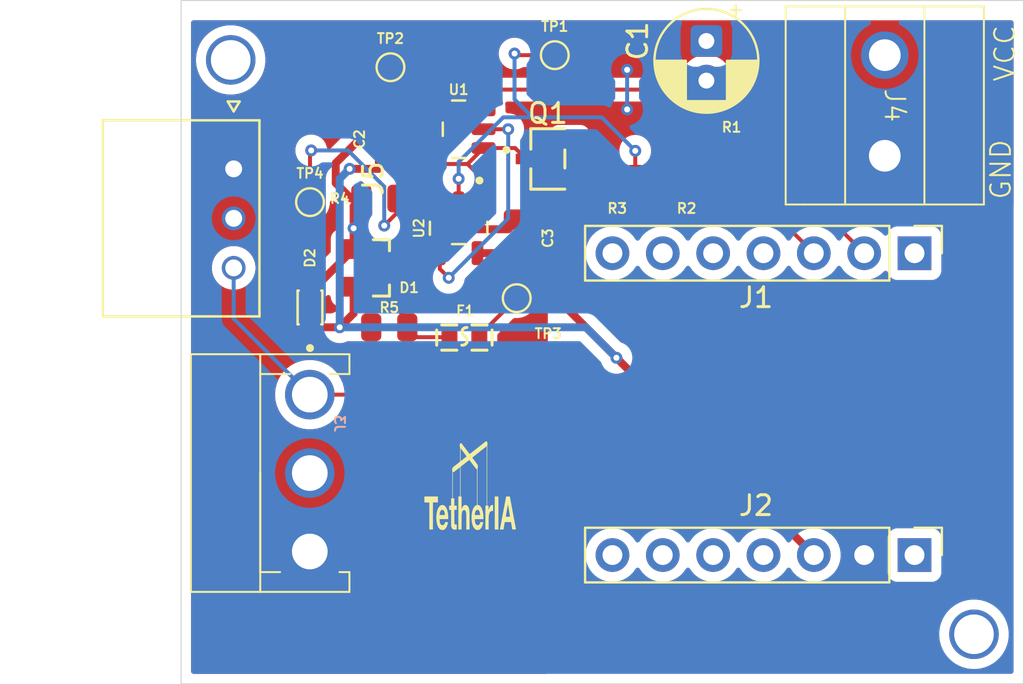
<source format=kicad_pcb>
(kicad_pcb (version 20241229) (generator "pcbnew") (generator_version "9.0")
  (layers (0 "F.Cu" signal) (2 "B.Cu" jumper) (13 "F.Paste" user) (15 "B.Paste" user) (5 "F.SilkS" user "F.Silkscreen") (7 "B.SilkS" user "B.Silkscreen") (1 "F.Mask" user) (3 "B.Mask" user) (25 "Edge.Cuts" user))
  (net 0 "")
  (net 1 "GND")
  (net 2 "+6V")
  (net 3 "+3.3V")
  (net 4 "Servo_DATA")
  (net 5 "Servo_DATA_IN")
  (net 6 "Servo_TXD")
  (net 10 "Servo_RXD")
  (net 18 "Net-(Q1-B)")
  (net 19 "Servo_RXEN")
  (footprint "PCM_JLCPCB:C_0805" (layer "F.Cu") (at 160.5 106.5 -90)
    (property "Reference" "C2" (at 0 1.5 90) (layer "F.SilkS") (effects (font (size 0.5 0.5) (thickness 0.1) (bold yes))))
    (property "Value" "0.1uF" (hide yes))
    (pad "1" smd roundrect (at -0.95 0 270) (size 1 1.45) (layers "F.Cu" "F.Mask" "F.Paste") (net 1 "GND"))
    (pad "2" smd roundrect (at 0.95 0 270) (size 1 1.45) (layers "F.Cu" "F.Mask" "F.Paste") (net 3 "+3.3V"))
  )
  (footprint "zener diode:DIO_BZT52B5V1S" (layer "F.Cu") (at 156.5 115 90)
    (property "Reference" "D2" (at 2.5 0 90) (layer "F.SilkS") (effects (font (size 0.5 0.5) (thickness 0.1) (bold yes))))
    (property "Value" "BZT52B5V1S" (hide yes))
    (pad "A" smd rect (at 1 0 90) (size 0.7 0.5) (layers "F.Cu" "F.Mask" "F.Paste") (net 1 "GND"))
    (pad "C" smd rect (at -1 0 90) (size 0.7 0.5) (layers "F.Cu" "F.Mask" "F.Paste") (net 3 "+3.3V"))
  )
  (footprint "Fusee:F0603" (layer "F.Cu") (at 164.29 116.52 180)
    (property "Reference" "F1" (at -0.04 1.35 0) (layer "F.SilkS") (effects (font (size 0.5 0.5) (thickness 0.1) (bold yes))))
    (property "Value" "Fuse" (hide yes))
    (pad "1" smd rect (at -0.7535 0 180) (size 0.8065 0.864) (layers "F.Cu" "F.Mask" "F.Paste") (net 5 "Servo_DATA_IN"))
    (pad "2" smd rect (at 0.7535 0 180) (size 0.8065 0.864) (layers "F.Cu" "F.Mask" "F.Paste") (net 4 "Servo_DATA"))
  )
  (footprint "SN74LVC1G126DBVR:SOT95P280X145-5N" (layer "F.Cu") (at 164 111 -90)
    (property "Reference" "U2" (at 0 2 90) (layer "F.SilkS") (effects (font (size 0.5 0.5) (thickness 0.1) (bold yes))))
    (property "Value" "SN74LVC1G126DBVR" (hide yes))
    (pad "1" smd roundrect (at -1.255 -0.95 270) (size 1.21 0.59) (layers "F.Cu" "F.Mask" "F.Paste") (net 19 "Servo_RXEN"))
    (pad "2" smd roundrect (at -1.255 0 270) (size 1.21 0.59) (layers "F.Cu" "F.Mask" "F.Paste") (net 10 "Servo_RXD"))
    (pad "3" smd roundrect (at -1.255 0.95 270) (size 1.21 0.59) (layers "F.Cu" "F.Mask" "F.Paste") (net 1 "GND"))
    (pad "4" smd roundrect (at 1.255 0.95 270) (size 1.21 0.59) (layers "F.Cu" "F.Mask" "F.Paste") (net 4 "Servo_DATA"))
    (pad "5" smd roundrect (at 1.255 -0.95 270) (size 1.21 0.59) (layers "F.Cu" "F.Mask" "F.Paste") (net 3 "+3.3V"))
  )
  (footprint "PCM_JLCPCB:R_0805" (layer "F.Cu") (at 175.5 108.5 180)
    (property "Reference" "R2" (at 0 -1.5 0) (layer "F.SilkS") (effects (font (size 0.5 0.5) (thickness 0.1) (bold yes))))
    (property "Value" "10K" (hide yes))
    (pad "1" smd roundrect (at -0.91 0 180) (size 1.02 1.4) (layers "F.Cu" "F.Mask" "F.Paste") (roundrect_rratio 0.243902) (net 10 "Servo_RXD"))
    (pad "2" smd roundrect (at 0.91 0 180) (size 1.02 1.4) (layers "F.Cu" "F.Mask" "F.Paste") (roundrect_rratio 0.243902) (net 2 "+6V"))
  )
  (footprint "logo:logo" (layer "F.Cu") (at 164.56 124.03)
    (property "Reference" "G***" (hide yes))
    (property "Value" "LOGO" (hide yes))
  )
  (footprint "Connector_PinHeader_2.54mm:PinHeader_1x07_P2.54mm_Vertical" (layer "F.Cu") (at 187 127.5 -90)
    (property "Reference" "J2" (at -2.5 8 0) (layer "F.SilkS"))
    (property "Value" "Conn_01x07_Pin" (hide yes))
    (pad "1" thru_hole rect (at 0 0 270) (size 1.7 1.7) (drill 1) (layers "*.Cu" "*.Mask"))
    (pad "2" thru_hole circle (at 0 2.54 270) (size 1.7 1.7) (drill 1) (layers "*.Cu" "*.Mask") (net 1 "GND"))
    (pad "3" thru_hole circle (at 0 5.08 270) (size 1.7 1.7) (drill 1) (layers "*.Cu" "*.Mask") (net 3 "+3.3V"))
    (pad "4" thru_hole circle (at 0 7.62 270) (size 1.7 1.7) (drill 1) (layers "*.Cu" "*.Mask"))
    (pad "5" thru_hole circle (at 0 10.16 270) (size 1.7 1.7) (drill 1) (layers "*.Cu" "*.Mask"))
    (pad "6" thru_hole circle (at 0 12.7 270) (size 1.7 1.7) (drill 1) (layers "*.Cu" "*.Mask"))
    (pad "7" thru_hole circle (at 0 15.24 270) (size 1.7 1.7) (drill 1) (layers "*.Cu" "*.Mask"))
  )
  (footprint "TestPoint:TestPoint_Pad_D1.0mm" (layer "F.Cu") (at 168.85 102.26)
    (property "Reference" "TP1" (at 0 -1.448 0) (layer "F.SilkS") (effects (font (size 0.5 0.5) (thickness 0.1) (bold yes))))
    (property "Value" "TestPoint" (hide yes))
    (pad "1" smd circle (at 0 0) (size 1 1) (layers "F.Cu" "F.Mask") (net 10 "Servo_RXD"))
  )
  (footprint "SN74LVC1G125DBVR:SOT95P280X145-5N" (layer "F.Cu") (at 164 106 180)
    (property "Reference" "U1" (at 0 2 0) (layer "F.SilkS") (effects (font (size 0.5 0.5) (thickness 0.1) (bold yes))))
    (property "Value" "SN74LVC1G125DBVR" (hide yes))
    (pad "1" smd roundrect (at -1.255 -0.95 180) (size 1.21 0.59) (layers "F.Cu" "F.Mask" "F.Paste") (net 19 "Servo_RXEN"))
    (pad "2" smd roundrect (at -1.255 0 180) (size 1.21 0.59) (layers "F.Cu" "F.Mask" "F.Paste") (net 4 "Servo_DATA"))
    (pad "3" smd roundrect (at -1.255 0.95 180) (size 1.21 0.59) (layers "F.Cu" "F.Mask" "F.Paste") (net 1 "GND"))
    (pad "4" smd roundrect (at 1.255 0.95 180) (size 1.21 0.59) (layers "F.Cu" "F.Mask" "F.Paste") (net 6 "Servo_TXD"))
    (pad "5" smd roundrect (at 1.255 -0.95 180) (size 1.21 0.59) (layers "F.Cu" "F.Mask" "F.Paste") (net 3 "+3.3V"))
  )
  (footprint "TestPoint:TestPoint_Pad_D1.0mm" (layer "F.Cu") (at 156.5 109.68)
    (property "Reference" "TP4" (at 0 -1.448 0) (layer "F.SilkS") (effects (font (size 0.5 0.5) (thickness 0.1) (bold yes))))
    (property "Value" "TestPoint" (hide yes))
    (pad "1" smd circle (at 0 0) (size 1 1) (layers "F.Cu" "F.Mask") (net 19 "Servo_RXEN"))
  )
  (footprint "transistor-sot23:SOT-23-3_L3.0-W1.7-P0.95-LS2.9-BR" (layer "F.Cu") (at 168.5 107.5)
    (property "Reference" "Q1" (at 0 -2.30225 0) (layer "F.SilkS"))
    (property "Value" "PNP")
    (pad "1" smd rect (at 1.1015 0.95) (size 1.0375 0.532) (layers "F.Cu" "F.Mask" "F.Paste") (net 18 "Net-(Q1-B)"))
    (pad "2" smd rect (at 1.1015 -0.95) (size 1.0375 0.532) (layers "F.Cu" "F.Mask" "F.Paste") (net 3 "+3.3V"))
    (pad "3" smd rect (at -1.1015 0) (size 1.0375 0.532) (layers "F.Cu" "F.Mask" "F.Paste") (net 19 "Servo_RXEN"))
  )
  (footprint "TestPoint:TestPoint_Pad_D1.0mm" (layer "F.Cu") (at 160.56 102.87)
    (property "Reference" "TP2" (at 0 -1.448 0) (layer "F.SilkS") (effects (font (size 0.5 0.5) (thickness 0.1) (bold yes))))
    (property "Value" "TestPoint" (hide yes))
    (pad "1" smd circle (at 0 0) (size 1 1) (layers "F.Cu" "F.Mask") (net 6 "Servo_TXD"))
  )
  (footprint "PCM_JLCPCB:R_0805" (layer "F.Cu") (at 160 109.5)
    (property "Reference" "R4" (at -2 0 0) (layer "F.SilkS") (effects (font (size 0.5 0.5) (thickness 0.1) (bold yes))))
    (property "Value" "3.3K" (hide yes))
    (pad "1" smd roundrect (at -0.91 0) (size 1.02 1.4) (layers "F.Cu" "F.Mask" "F.Paste") (roundrect_rratio 0.243902) (net 1 "GND"))
    (pad "2" smd roundrect (at 0.91 0) (size 1.02 1.4) (layers "F.Cu" "F.Mask" "F.Paste") (roundrect_rratio 0.243902) (net 19 "Servo_RXEN"))
  )
  (footprint "PCM_JLCPCB:C_0805" (layer "F.Cu") (at 167 111.5 -90)
    (property "Reference" "C3" (at 0 -1.5 90) (layer "F.SilkS") (effects (font (size 0.5 0.5) (thickness 0.1) (bold yes))))
    (property "Value" "0.1uF" (hide yes))
    (pad "1" smd roundrect (at -0.95 0 270) (size 1 1.45) (layers "F.Cu" "F.Mask" "F.Paste") (net 1 "GND"))
    (pad "2" smd roundrect (at 0.95 0 270) (size 1 1.45) (layers "F.Cu" "F.Mask" "F.Paste") (net 3 "+3.3V"))
  )
  (footprint "Capacitor_THT:CP_Radial_D5.0mm_P2.00mm" (layer "F.Cu") (at 176.5 101.544888 -90)
    (property "Reference" "C1" (at 0 3.47 90) (layer "F.SilkS"))
    (property "Value" "100uF" (hide yes))
    (pad "1" thru_hole roundrect (at 0 0 270) (size 1.6 1.6) (drill 0.8) (layers "*.Cu" "*.Mask") (roundrect_rratio 0.15625) (net 2 "+6V"))
    (pad "2" thru_hole circle (at 2 0 270) (size 1.6 1.6) (drill 0.8) (layers "*.Cu" "*.Mask") (net 1 "GND"))
  )
  (footprint "rightanglemolex:MOLEX_22057035" (layer "F.Cu") (at 152.65 108 -90)
    (property "Reference" "J5" (at 0.488 -7.041 90) (layer "F.SilkS"))
    (property "Value" "Power-Connector")
    (pad "1" thru_hole rect (at 0 0 270) (size 1.2 1.2) (drill 0.85) (layers "*.Cu") (net 1 "GND"))
    (pad "2" thru_hole circle (at 2.5 0 270) (size 1.2 1.2) (drill 0.85) (layers "*.Cu") (net 2 "+6V"))
    (pad "3" thru_hole circle (at 5 0 270) (size 1.2 1.2) (drill 0.85) (layers "*.Cu") (net 5 "Servo_DATA_IN"))
  )
  (footprint "Connector_PinHeader_2.54mm:PinHeader_1x07_P2.54mm_Vertical" (layer "F.Cu") (at 187 112.26 -90)
    (property "Reference" "J1" (at 2.24 8 0) (layer "F.SilkS"))
    (property "Value" "Conn_01x07_Pin" (hide yes))
    (pad "1" thru_hole rect (at 0 0 270) (size 1.7 1.7) (drill 1) (layers "*.Cu" "*.Mask"))
    (pad "2" thru_hole circle (at 0 2.54 270) (size 1.7 1.7) (drill 1) (layers "*.Cu" "*.Mask") (net 6 "Servo_TXD"))
    (pad "3" thru_hole circle (at 0 5.08 270) (size 1.7 1.7) (drill 1) (layers "*.Cu" "*.Mask") (net 10 "Servo_RXD"))
    (pad "4" thru_hole circle (at 0 7.62 270) (size 1.7 1.7) (drill 1) (layers "*.Cu" "*.Mask"))
    (pad "5" thru_hole circle (at 0 10.16 270) (size 1.7 1.7) (drill 1) (layers "*.Cu" "*.Mask"))
    (pad "6" thru_hole circle (at 0 12.7 270) (size 1.7 1.7) (drill 1) (layers "*.Cu" "*.Mask"))
    (pad "7" thru_hole circle (at 0 15.24 270) (size 1.7 1.7) (drill 1) (layers "*.Cu" "*.Mask"))
  )
  (footprint "B3PS-VH_LF_SN:KJ127-5.08" (layer "F.Cu") (at 185.5 104.8 -90)
    (property "Reference" "J4" (at 0 -0.5 270) (layer "F.SilkS") (effects (font (thickness 0.1))))
    (property "Value" "Power_DC")
    (pad "1" thru_hole circle (at -2.54 0 270) (size 2.4 2.4) (drill 1.6) (layers "*.Cu" "*.Mask") (net 2 "+6V"))
    (pad "2" thru_hole circle (at 2.54 0 270) (size 2.4 2.4) (drill 1.6) (layers "*.Cu" "*.Mask") (net 1 "GND"))
  )
  (footprint "TestPoint:TestPoint_Pad_D1.0mm" (layer "F.Cu") (at 166.93 114.53)
    (property "Reference" "TP3" (at 1.59 1.79 0) (layer "F.SilkS") (effects (font (size 0.5 0.5) (thickness 0.1) (bold yes))))
    (property "Value" "TestPoint" (hide yes))
    (pad "1" smd circle (at 0 0) (size 1 1) (layers "F.Cu" "F.Mask") (net 5 "Servo_DATA_IN"))
  )
  (footprint "PCM_JLCPCB:R_0805" (layer "F.Cu") (at 175.5 106.5)
    (property "Reference" "R1" (at 2.27 -0.6 0) (layer "F.SilkS") (effects (font (size 0.5 0.5) (thickness 0.1) (bold yes))))
    (property "Value" "10K" (hide yes))
    (pad "1" smd roundrect (at -0.91 0) (size 1.02 1.4) (layers "F.Cu" "F.Mask" "F.Paste") (roundrect_rratio 0.243902) (net 2 "+6V"))
    (pad "2" smd roundrect (at 0.91 0) (size 1.02 1.4) (layers "F.Cu" "F.Mask" "F.Paste") (roundrect_rratio 0.243902) (net 6 "Servo_TXD"))
  )
  (footprint "PCM_JLCPCB:R_0805" (layer "F.Cu") (at 172 108.5 180)
    (property "Reference" "R3" (at 0 -1.5 0) (layer "F.SilkS") (effects (font (size 0.5 0.5) (thickness 0.1) (bold yes))))
    (property "Value" "1k" (hide yes))
    (pad "1" smd roundrect (at -0.91 0 180) (size 1.02 1.4) (layers "F.Cu" "F.Mask" "F.Paste") (roundrect_rratio 0.243902) (net 10 "Servo_RXD"))
    (pad "2" smd roundrect (at 0.91 0 180) (size 1.02 1.4) (layers "F.Cu" "F.Mask" "F.Paste") (roundrect_rratio 0.243902) (net 18 "Net-(Q1-B)"))
  )
  (footprint "BAT54S (1):SOT23" (layer "F.Cu") (at 159.85 113 -90)
    (property "Reference" "D1" (at 1 -1.65 0) (layer "F.SilkS") (effects (font (size 0.5 0.5) (thickness 0.1) (bold yes))))
    (property "Value" "BAT54S" (hide yes))
    (property "VALUE" "BAT54S" (hide yes))
    (pad "1" smd rect (at -0.95 1.15 270) (size 1 1.3) (layers "F.Cu" "F.Mask" "F.Paste") (net 1 "GND"))
    (pad "2" smd rect (at 0.95 1.15 270) (size 1 1.3) (layers "F.Cu" "F.Mask" "F.Paste") (net 3 "+3.3V"))
    (pad "3" smd rect (at 0 -1.15 270) (size 1 1.3) (layers "F.Cu" "F.Mask" "F.Paste") (net 4 "Servo_DATA"))
  )
  (footprint "PCM_JLCPCB:R_0805" (layer "F.Cu") (at 160.5 116 180)
    (property "Reference" "R5" (at 0 1 0) (layer "F.SilkS") (effects (font (size 0.5 0.5) (thickness 0.1) (bold yes))))
    (property "Value" "10K" (hide yes))
    (pad "1" smd roundrect (at -0.91 0 180) (size 1.02 1.4) (layers "F.Cu" "F.Mask" "F.Paste") (roundrect_rratio 0.243902) (net 4 "Servo_DATA"))
    (pad "2" smd roundrect (at 0.91 0 180) (size 1.02 1.4) (layers "F.Cu" "F.Mask" "F.Paste") (roundrect_rratio 0.243902) (net 3 "+3.3V"))
  )
  (footprint "B3PS-VH_LF_SN:JST S3P-VH(LF)(SN)" (layer "B.Cu") (at 156.49 123.36 90)
    (property "Reference" "J3" (at 2.5 1.5 270) (layer "B.SilkS") (effects (font (size 0.5 0.5) (thickness 0.1)) (justify mirror)))
    (property "Value" "B3PS-3Pin Connector")
    (pad "1" thru_hole rect (at -3.96 0 90) (size 2.5 2.5) (drill 1.8) (layers "*.Cu" "*.Mask") (net 1 "GND"))
    (pad "2" thru_hole circle (at 0 0 90) (size 2.5 2.5) (drill 1.8) (layers "*.Cu" "*.Mask") (net 2 "+6V"))
    (pad "3" thru_hole circle (at 3.96 0 90) (size 2.5 2.5) (drill 1.8) (layers "*.Cu" "*.Mask") (net 5 "Servo_DATA_IN"))
  )
  (gr_rect (start 150 99.5) (end 192.5 134) (stroke (width 0.05)) (fill no) (layer "Edge.Cuts"))
  (gr_text "GND" (at 191.94 109.62 90) (layer "F.SilkS") (effects (font (size 1 1) (thickness 0.1)) (justify left bottom)))
  (gr_text "VCC\n" (at 192.14 103.66 90) (layer "F.SilkS") (effects (font (size 1 1) (thickness 0.1)) (justify left bottom)))
  (via (at 190 131.5) (size 2.5) (drill 2) (layers "F.Cu" "B.Cu") (net 0))
  (via (at 152.5 102.5) (size 2.5) (drill 2) (layers "F.Cu" "B.Cu") (net 0))
  (segment (start 158.58 109.5) (end 157.799 108.719) (width 0.4) (layer "F.Cu") (net 1))
  (segment (start 157.799 108.719) (end 157.799 107.709636) (width 0.4) (layer "F.Cu") (net 1))
  (segment (start 163.749939 111.049938) (end 163.05 110.349999) (width 0.4) (layer "F.Cu") (net 1))
  (segment (start 157.799 107.709636) (end 159.958636 105.55) (width 0.4) (layer "F.Cu") (net 1))
  (segment (start 163.450062 106.049938) (end 160.999938 106.049938) (width 0.4) (layer "F.Cu") (net 1))
  (segment (start 158.7 112.05) (end 160.745 112.05) (width 0.4) (layer "F.Cu") (net 1))
  (segment (start 167 110.55) (end 166.500062 111.049938) (width 0.4) (layer "F.Cu") (net 1))
  (segment (start 159.09 109.5) (end 158.58 109.5) (width 0.4) (layer "F.Cu") (net 1))
  (segment (start 156.75 114) (end 158.7 112.05) (width 0.4) (layer "F.Cu") (net 1))
  (segment (start 163.05 110.349999) (end 163.05 109.745) (width 0.4) (layer "F.Cu") (net 1))
  (segment (start 158.7 111) (end 158.7 109.89) (width 0.4) (layer "F.Cu") (net 1))
  (segment (start 160.999938 106.049938) (end 160.5 105.55) (width 0.4) (layer "F.Cu") (net 1))
  (segment (start 165.255 105.05) (end 164.45 105.05) (width 0.4) (layer "F.Cu") (net 1))
  (segment (start 158.7 109.89) (end 159.09 109.5) (width 0.4) (layer "F.Cu") (net 1))
  (segment (start 159.958636 105.55) (end 160.5 105.55) (width 0.4) (layer "F.Cu") (net 1))
  (segment (start 166.500062 111.049938) (end 163.749939 111.049938) (width 0.4) (layer "F.Cu") (net 1))
  (segment (start 158.7 112.05) (end 158.7 111) (width 0.4) (layer "F.Cu") (net 1))
  (segment (start 164.45 105.05) (end 163.450062 106.049938) (width 0.4) (layer "F.Cu") (net 1))
  (segment (start 156.5 114) (end 156.75 114) (width 0.4) (layer "F.Cu") (net 1))
  (segment (start 160.745 112.05) (end 163.05 109.745) (width 0.4) (layer "F.Cu") (net 1))
  (via (at 158.7 111) (size 0.6) (drill 0.3) (layers "F.Cu" "B.Cu") (net 1))
  (segment (start 174.59 108.5) (end 174.59 106.5) (width 0.2) (layer "F.Cu") (net 2))
  (segment (start 174.59 106.5) (end 174 106.5) (width 0.2) (layer "F.Cu") (net 2))
  (segment (start 174 106.5) (end 172.5 105) (width 0.2) (layer "F.Cu") (net 2))
  (via (at 172.5 103) (size 0.6) (drill 0.3) (layers "F.Cu" "B.Cu") (net 2))
  (via (at 172.5 105) (size 0.6) (drill 0.3) (layers "F.Cu" "B.Cu") (net 2))
  (segment (start 172.5 105) (end 172.5 103) (width 0.2) (layer "B.Cu") (net 2))
  (segment (start 162.245 107.45) (end 162.745 106.95) (width 0.4) (layer "F.Cu") (net 3))
  (segment (start 158 116) (end 158.7 115.3) (width 0.4) (layer "F.Cu") (net 3))
  (segment (start 158.5 116) (end 159.59 116) (width 0.4) (layer "F.Cu") (net 3))
  (segment (start 164.95 112.255) (end 166.805 112.255) (width 0.4) (layer "F.Cu") (net 3))
  (segment (start 159.95 108) (end 160.5 107.45) (width 0.4) (layer "F.Cu") (net 3))
  (segment (start 168.5 114.08) (end 181.92 127.5) (width 0.4) (layer "F.Cu") (net 3))
  (segment (start 168.5 112.5) (end 168.5 107.6515) (width 0.4) (layer "F.Cu") (net 3))
  (segment (start 158.7 115.3) (end 158.7 113.95) (width 0.4) (layer "F.Cu") (net 3))
  (segment (start 166.805 112.255) (end 167 112.45) (width 0.4) (layer "F.Cu") (net 3))
  (segment (start 168.5 112.5) (end 168.5 114.08) (width 0.4) (layer "F.Cu") (net 3))
  (segment (start 168.45 112.45) (end 168.5 112.5) (width 0.4) (layer "F.Cu") (net 3))
  (segment (start 168.5 107.6515) (end 169.6015 106.55) (width 0.4) (layer "F.Cu") (net 3))
  (segment (start 160.5 107.45) (end 162.245 107.45) (width 0.4) (layer "F.Cu") (net 3))
  (segment (start 156.5 116) (end 158 116) (width 0.4) (layer "F.Cu") (net 3))
  (segment (start 158 116) (end 158.5 116) (width 0.4) (layer "F.Cu") (net 3))
  (segment (start 167 112.45) (end 168.45 112.45) (width 0.4) (layer "F.Cu") (net 3))
  (segment (start 158.5 108) (end 159.95 108) (width 0.4) (layer "F.Cu") (net 3))
  (via (at 158.5 108) (size 0.6) (drill 0.3) (layers "F.Cu" "B.Cu") (net 3))
  (via (at 171.96 117.54) (size 0.6) (drill 0.3) (layers "F.Cu" "B.Cu") (net 3))
  (via (at 158 116) (size 0.6) (drill 0.3) (layers "F.Cu" "B.Cu") (net 3))
  (segment (start 170.42 116) (end 158 116) (width 0.4) (layer "B.Cu") (net 3))
  (segment (start 158 116) (end 158 108.5) (width 0.4) (layer "B.Cu") (net 3))
  (segment (start 158 108.5) (end 158.5 108) (width 0.4) (layer "B.Cu") (net 3))
  (segment (start 171.96 117.54) (end 170.42 116) (width 0.4) (layer "B.Cu") (net 3))
  (segment (start 161.41 115.59) (end 161 115.18) (width 0.2) (layer "F.Cu") (net 4))
  (segment (start 161 115.18) (end 161 113) (width 0.2) (layer "F.Cu") (net 4))
  (segment (start 161.41 116) (end 161.41 115.59) (width 0.2) (layer "F.Cu") (net 4))
  (segment (start 161 113) (end 162.305 113) (width 0.2) (layer "F.Cu") (net 4))
  (segment (start 162.305 113) (end 163.05 112.255) (width 0.2) (layer "F.Cu") (net 4))
  (segment (start 163.05 113.05) (end 163.5 113.5) (width 0.2) (layer "F.Cu") (net 4))
  (segment (start 163.05 112.255) (end 163.05 113.05) (width 0.2) (layer "F.Cu") (net 4))
  (segment (start 161.91 116.5) (end 161.41 116) (width 0.2) (layer "F.Cu") (net 4))
  (segment (start 163.493 116.5) (end 161.91 116.5) (width 0.2) (layer "F.Cu") (net 4))
  (segment (start 166.5 106) (end 165.255 106) (width 0.2) (layer "F.Cu") (net 4))
  (via (at 166.5 106) (size 0.6) (drill 0.3) (layers "F.Cu" "B.Cu") (net 4))
  (via (at 163.5 113.5) (size 0.6) (drill 0.3) (layers "F.Cu" "B.Cu") (net 4))
  (segment (start 166.5 106) (end 166.5 110.5) (width 0.2) (layer "B.Cu") (net 4))
  (segment (start 166.5 110.5) (end 163.5 113.5) (width 0.2) (layer "B.Cu") (net 4))
  (segment (start 165 116.5) (end 165 116.46) (width 0.2) (layer "F.Cu") (net 5))
  (segment (start 156.49 119.4) (end 162.1635 119.4) (width 0.2) (layer "F.Cu") (net 5))
  (segment (start 162.1635 119.4) (end 165.0435 116.52) (width 0.2) (layer "F.Cu") (net 5))
  (segment (start 165 116.46) (end 166.93 114.53) (width 0.2) (layer "F.Cu") (net 5))
  (segment (start 156.49 119.4) (end 152.65 115.56) (width 0.2) (layer "B.Cu") (net 5))
  (segment (start 152.65 115.56) (end 152.65 113) (width 0.2) (layer "B.Cu") (net 5))
  (segment (start 163.795 104) (end 173.91 104) (width 0.2) (layer "F.Cu") (net 6))
  (segment (start 184.46 112.26) (end 178.7 106.5) (width 0.2) (layer "F.Cu") (net 6))
  (segment (start 162.745 105.05) (end 160.565 102.87) (width 0.2) (layer "F.Cu") (net 6))
  (segment (start 160.565 102.87) (end 160.56 102.87) (width 0.2) (layer "F.Cu") (net 6))
  (segment (start 173.91 104) (end 176.41 106.5) (width 0.2) (layer "F.Cu") (net 6))
  (segment (start 178.7 106.5) (end 176.41 106.5) (width 0.2) (layer "F.Cu") (net 6))
  (segment (start 162.745 105.05) (end 163.795 104) (width 0.2) (layer "F.Cu") (net 6))
  (segment (start 173.911 109.501) (end 175.409 109.501) (width 0.2) (layer "F.Cu") (net 10))
  (segment (start 181.92 112.26) (end 178.16 108.5) (width 0.2) (layer "F.Cu") (net 10))
  (segment (start 166.82 102.18) (end 166.9 102.26) (width 0.2) (layer "F.Cu") (net 10))
  (segment (start 175.409 109.501) (end 176.41 108.5) (width 0.2) (layer "F.Cu") (net 10))
  (segment (start 172.91 108.5) (end 172.91 107.09) (width 0.2) (layer "F.Cu") (net 10))
  (segment (start 164 109.745) (end 164 108.5) (width 0.2) (layer "F.Cu") (net 10))
  (segment (start 166.9 102.26) (end 168.85 102.26) (width 0.2) (layer "F.Cu") (net 10))
  (segment (start 178.16 108.5) (end 176.41 108.5) (width 0.2) (layer "F.Cu") (net 10))
  (segment (start 172.91 108.5) (end 173.911 109.501) (width 0.2) (layer "F.Cu") (net 10))
  (via (at 172.91 107.09) (size 0.6) (drill 0.3) (layers "F.Cu" "B.Cu") (net 10))
  (via (at 166.82 102.18) (size 0.6) (drill 0.3) (layers "F.Cu" "B.Cu") (net 10))
  (via (at 164 108.5) (size 0.6) (drill 0.3) (layers "F.Cu" "B.Cu") (net 10))
  (segment (start 171.219 105.399) (end 172.91 107.09) (width 0.2) (layer "B.Cu") (net 10))
  (segment (start 166.251057 105.399) (end 167.73 105.399) (width 0.2) (layer "B.Cu") (net 10))
  (segment (start 167.73 105.399) (end 171.219 105.399) (width 0.2) (layer "B.Cu") (net 10))
  (segment (start 167.73 105.399) (end 166.82 104.489) (width 0.2) (layer "B.Cu") (net 10))
  (segment (start 164 107.650057) (end 166.251057 105.399) (width 0.2) (layer "B.Cu") (net 10))
  (segment (start 164 108.5) (end 164 107.650057) (width 0.2) (layer "B.Cu") (net 10))
  (segment (start 166.82 104.489) (end 166.82 102.18) (width 0.2) (layer "B.Cu") (net 10))
  (segment (start 169.6515 108.5) (end 169.6015 108.45) (width 0.2) (layer "F.Cu") (net 18))
  (segment (start 171.09 108.5) (end 169.6515 108.5) (width 0.2) (layer "F.Cu") (net 18))
  (segment (start 156.5 107.13) (end 156.56 107.07) (width 0.2) (layer "F.Cu") (net 19))
  (segment (start 164.95 108.255) (end 164.45 107.755) (width 0.2) (layer "F.Cu") (net 19))
  (segment (start 160.245 110.865) (end 160.22 110.89) (width 0.2) (layer "F.Cu") (net 19))
  (segment (start 165.255 106.95) (end 166.8485 106.95) (width 0.2) (layer "F.Cu") (net 19))
  (segment (start 160.91 109.5) (end 162.655 107.755) (width 0.2) (layer "F.Cu") (net 19))
  (segment (start 162.655 107.755) (end 164.45 107.755) (width 0.2) (layer "F.Cu") (net 19))
  (segment (start 164.95 109.745) (end 164.95 108.255) (width 0.2) (layer "F.Cu") (net 19))
  (segment (start 160.91 109.5) (end 160.91 110.2) (width 0.2) (layer "F.Cu") (net 19))
  (segment (start 160.91 110.2) (end 160.245 110.865) (width 0.2) (layer "F.Cu") (net 19))
  (segment (start 164.45 107.755) (end 165.255 106.95) (width 0.2) (layer "F.Cu") (net 19))
  (segment (start 156.5 109.68) (end 156.5 107.13) (width 0.2) (layer "F.Cu") (net 19))
  (segment (start 166.8485 106.95) (end 167.3985 107.5) (width 0.2) (layer "F.Cu") (net 19))
  (via (at 160.245 110.865) (size 0.6) (drill 0.3) (layers "F.Cu" "B.Cu") (net 19))
  (via (at 156.56 107.07) (size 0.6) (drill 0.3) (layers "F.Cu" "B.Cu") (net 19))
  (segment (start 160.245 108.895057) (end 158.419943 107.07) (width 0.2) (layer "B.Cu") (net 19))
  (segment (start 160.245 110.865) (end 160.245 108.895057) (width 0.2) (layer "B.Cu") (net 19))
  (segment (start 158.419943 107.07) (end 156.56 107.07) (width 0.2) (layer "B.Cu") (net 19))
  (zone (net 2) (net_name "+6V") (layer "F.Cu") (priority 1) (connect_pads yes (clearance 0.5)) (min_thickness 0.25) (fill yes (thermal_gap 0.5) (thermal_bridge_width 0.5))
    (polygon (pts (xy 150.5 100.5) (xy 192 100.5) (xy 192 110) (xy 168.5 110) (xy 168.5 133.5) (xy 150.5 133.5)))
  )
  (zone (net 1) (net_name "GND") (layer "B.Cu") (connect_pads yes (clearance 0.5)) (min_thickness 0.25) (fill yes (thermal_gap 0.5) (thermal_bridge_width 0.5))
    (polygon (pts (xy 150.5 100.5) (xy 192 100.5) (xy 192 133.5) (xy 150.5 133.5)))
  )
)
</source>
